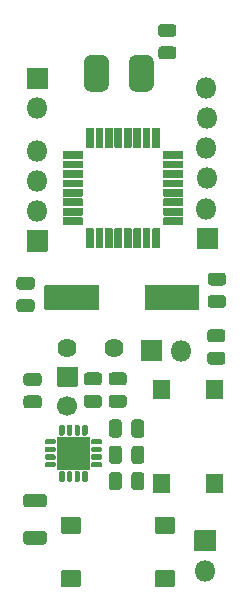
<source format=gbr>
%TF.GenerationSoftware,KiCad,Pcbnew,(5.1.10)-1*%
%TF.CreationDate,2021-06-07T16:12:13-04:00*%
%TF.ProjectId,Thermometre_IR,54686572-6d6f-46d6-9574-72655f49522e,rev?*%
%TF.SameCoordinates,Original*%
%TF.FileFunction,Soldermask,Top*%
%TF.FilePolarity,Negative*%
%FSLAX46Y46*%
G04 Gerber Fmt 4.6, Leading zero omitted, Abs format (unit mm)*
G04 Created by KiCad (PCBNEW (5.1.10)-1) date 2021-06-07 16:12:13*
%MOMM*%
%LPD*%
G01*
G04 APERTURE LIST*
%ADD10C,1.624000*%
%ADD11C,1.700000*%
%ADD12O,1.800000X1.800000*%
G04 APERTURE END LIST*
D10*
%TO.C,J5*%
X169082720Y-91292680D03*
X173082720Y-91292680D03*
%TD*%
D11*
%TO.C,C10*%
X169150000Y-96200000D03*
G36*
G01*
X168350000Y-92850000D02*
X169950000Y-92850000D01*
G75*
G02*
X170000000Y-92900000I0J-50000D01*
G01*
X170000000Y-94500000D01*
G75*
G02*
X169950000Y-94550000I-50000J0D01*
G01*
X168350000Y-94550000D01*
G75*
G02*
X168300000Y-94500000I0J50000D01*
G01*
X168300000Y-92900000D01*
G75*
G02*
X168350000Y-92850000I50000J0D01*
G01*
G37*
%TD*%
%TO.C,C11*%
G36*
G01*
X165673808Y-106775000D02*
X167126192Y-106775000D01*
G75*
G02*
X167400000Y-107048808I0J-273808D01*
G01*
X167400000Y-107651192D01*
G75*
G02*
X167126192Y-107925000I-273808J0D01*
G01*
X165673808Y-107925000D01*
G75*
G02*
X165400000Y-107651192I0J273808D01*
G01*
X165400000Y-107048808D01*
G75*
G02*
X165673808Y-106775000I273808J0D01*
G01*
G37*
G36*
G01*
X165673808Y-103625000D02*
X167126192Y-103625000D01*
G75*
G02*
X167400000Y-103898808I0J-273808D01*
G01*
X167400000Y-104501192D01*
G75*
G02*
X167126192Y-104775000I-273808J0D01*
G01*
X165673808Y-104775000D01*
G75*
G02*
X165400000Y-104501192I0J273808D01*
G01*
X165400000Y-103898808D01*
G75*
G02*
X165673808Y-103625000I273808J0D01*
G01*
G37*
%TD*%
%TO.C,J1*%
G36*
G01*
X174350000Y-69053000D02*
X174350000Y-67003000D01*
G75*
G02*
X174875000Y-66478000I525000J0D01*
G01*
X175925000Y-66478000D01*
G75*
G02*
X176450000Y-67003000I0J-525000D01*
G01*
X176450000Y-69053000D01*
G75*
G02*
X175925000Y-69578000I-525000J0D01*
G01*
X174875000Y-69578000D01*
G75*
G02*
X174350000Y-69053000I0J525000D01*
G01*
G37*
G36*
G01*
X170550000Y-69053000D02*
X170550000Y-67003000D01*
G75*
G02*
X171075000Y-66478000I525000J0D01*
G01*
X172125000Y-66478000D01*
G75*
G02*
X172650000Y-67003000I0J-525000D01*
G01*
X172650000Y-69053000D01*
G75*
G02*
X172125000Y-69578000I-525000J0D01*
G01*
X171075000Y-69578000D01*
G75*
G02*
X170550000Y-69053000I0J525000D01*
G01*
G37*
%TD*%
%TO.C,R16*%
G36*
G01*
X177100000Y-65750000D02*
X178100000Y-65750000D01*
G75*
G02*
X178375000Y-66025000I0J-275000D01*
G01*
X178375000Y-66575000D01*
G75*
G02*
X178100000Y-66850000I-275000J0D01*
G01*
X177100000Y-66850000D01*
G75*
G02*
X176825000Y-66575000I0J275000D01*
G01*
X176825000Y-66025000D01*
G75*
G02*
X177100000Y-65750000I275000J0D01*
G01*
G37*
G36*
G01*
X177100000Y-63850000D02*
X178100000Y-63850000D01*
G75*
G02*
X178375000Y-64125000I0J-275000D01*
G01*
X178375000Y-64675000D01*
G75*
G02*
X178100000Y-64950000I-275000J0D01*
G01*
X177100000Y-64950000D01*
G75*
G02*
X176825000Y-64675000I0J275000D01*
G01*
X176825000Y-64125000D01*
G75*
G02*
X177100000Y-63850000I275000J0D01*
G01*
G37*
%TD*%
D12*
%TO.C,J4*%
X180900000Y-69300000D03*
X181000000Y-71840000D03*
X180900000Y-74380000D03*
X181000000Y-76920000D03*
X180900000Y-79500000D03*
G36*
G01*
X181900000Y-81150000D02*
X181900000Y-82850000D01*
G75*
G02*
X181850000Y-82900000I-50000J0D01*
G01*
X180150000Y-82900000D01*
G75*
G02*
X180100000Y-82850000I0J50000D01*
G01*
X180100000Y-81150000D01*
G75*
G02*
X180150000Y-81100000I50000J0D01*
G01*
X181850000Y-81100000D01*
G75*
G02*
X181900000Y-81150000I0J-50000D01*
G01*
G37*
%TD*%
%TO.C,SW1*%
G36*
G01*
X176450000Y-93975000D02*
X177750000Y-93975000D01*
G75*
G02*
X177800000Y-94025000I0J-50000D01*
G01*
X177800000Y-95575000D01*
G75*
G02*
X177750000Y-95625000I-50000J0D01*
G01*
X176450000Y-95625000D01*
G75*
G02*
X176400000Y-95575000I0J50000D01*
G01*
X176400000Y-94025000D01*
G75*
G02*
X176450000Y-93975000I50000J0D01*
G01*
G37*
G36*
G01*
X180950000Y-93975000D02*
X182250000Y-93975000D01*
G75*
G02*
X182300000Y-94025000I0J-50000D01*
G01*
X182300000Y-95575000D01*
G75*
G02*
X182250000Y-95625000I-50000J0D01*
G01*
X180950000Y-95625000D01*
G75*
G02*
X180900000Y-95575000I0J50000D01*
G01*
X180900000Y-94025000D01*
G75*
G02*
X180950000Y-93975000I50000J0D01*
G01*
G37*
G36*
G01*
X180950000Y-101935000D02*
X182250000Y-101935000D01*
G75*
G02*
X182300000Y-101985000I0J-50000D01*
G01*
X182300000Y-103535000D01*
G75*
G02*
X182250000Y-103585000I-50000J0D01*
G01*
X180950000Y-103585000D01*
G75*
G02*
X180900000Y-103535000I0J50000D01*
G01*
X180900000Y-101985000D01*
G75*
G02*
X180950000Y-101935000I50000J0D01*
G01*
G37*
G36*
G01*
X176450000Y-101935000D02*
X177750000Y-101935000D01*
G75*
G02*
X177800000Y-101985000I0J-50000D01*
G01*
X177800000Y-103535000D01*
G75*
G02*
X177750000Y-103585000I-50000J0D01*
G01*
X176450000Y-103585000D01*
G75*
G02*
X176400000Y-103535000I0J50000D01*
G01*
X176400000Y-101985000D01*
G75*
G02*
X176450000Y-101935000I50000J0D01*
G01*
G37*
%TD*%
%TO.C,J7*%
X166600000Y-71000000D03*
G36*
G01*
X165700000Y-69310000D02*
X165700000Y-67610000D01*
G75*
G02*
X165750000Y-67560000I50000J0D01*
G01*
X167450000Y-67560000D01*
G75*
G02*
X167500000Y-67610000I0J-50000D01*
G01*
X167500000Y-69310000D01*
G75*
G02*
X167450000Y-69360000I-50000J0D01*
G01*
X165750000Y-69360000D01*
G75*
G02*
X165700000Y-69310000I0J50000D01*
G01*
G37*
%TD*%
%TO.C,U2*%
G36*
G01*
X168300000Y-98800000D02*
X171000000Y-98800000D01*
G75*
G02*
X171050000Y-98850000I0J-50000D01*
G01*
X171050000Y-101550000D01*
G75*
G02*
X171000000Y-101600000I-50000J0D01*
G01*
X168300000Y-101600000D01*
G75*
G02*
X168250000Y-101550000I0J50000D01*
G01*
X168250000Y-98850000D01*
G75*
G02*
X168300000Y-98800000I50000J0D01*
G01*
G37*
G36*
G01*
X171262500Y-99000000D02*
X171962500Y-99000000D01*
G75*
G02*
X172075000Y-99112500I0J-112500D01*
G01*
X172075000Y-99337500D01*
G75*
G02*
X171962500Y-99450000I-112500J0D01*
G01*
X171262500Y-99450000D01*
G75*
G02*
X171150000Y-99337500I0J112500D01*
G01*
X171150000Y-99112500D01*
G75*
G02*
X171262500Y-99000000I112500J0D01*
G01*
G37*
G36*
G01*
X171262500Y-99650000D02*
X171962500Y-99650000D01*
G75*
G02*
X172075000Y-99762500I0J-112500D01*
G01*
X172075000Y-99987500D01*
G75*
G02*
X171962500Y-100100000I-112500J0D01*
G01*
X171262500Y-100100000D01*
G75*
G02*
X171150000Y-99987500I0J112500D01*
G01*
X171150000Y-99762500D01*
G75*
G02*
X171262500Y-99650000I112500J0D01*
G01*
G37*
G36*
G01*
X171262500Y-100300000D02*
X171962500Y-100300000D01*
G75*
G02*
X172075000Y-100412500I0J-112500D01*
G01*
X172075000Y-100637500D01*
G75*
G02*
X171962500Y-100750000I-112500J0D01*
G01*
X171262500Y-100750000D01*
G75*
G02*
X171150000Y-100637500I0J112500D01*
G01*
X171150000Y-100412500D01*
G75*
G02*
X171262500Y-100300000I112500J0D01*
G01*
G37*
G36*
G01*
X171262500Y-100950000D02*
X171962500Y-100950000D01*
G75*
G02*
X172075000Y-101062500I0J-112500D01*
G01*
X172075000Y-101287500D01*
G75*
G02*
X171962500Y-101400000I-112500J0D01*
G01*
X171262500Y-101400000D01*
G75*
G02*
X171150000Y-101287500I0J112500D01*
G01*
X171150000Y-101062500D01*
G75*
G02*
X171262500Y-100950000I112500J0D01*
G01*
G37*
G36*
G01*
X170512500Y-101700000D02*
X170737500Y-101700000D01*
G75*
G02*
X170850000Y-101812500I0J-112500D01*
G01*
X170850000Y-102512500D01*
G75*
G02*
X170737500Y-102625000I-112500J0D01*
G01*
X170512500Y-102625000D01*
G75*
G02*
X170400000Y-102512500I0J112500D01*
G01*
X170400000Y-101812500D01*
G75*
G02*
X170512500Y-101700000I112500J0D01*
G01*
G37*
G36*
G01*
X169862500Y-101700000D02*
X170087500Y-101700000D01*
G75*
G02*
X170200000Y-101812500I0J-112500D01*
G01*
X170200000Y-102512500D01*
G75*
G02*
X170087500Y-102625000I-112500J0D01*
G01*
X169862500Y-102625000D01*
G75*
G02*
X169750000Y-102512500I0J112500D01*
G01*
X169750000Y-101812500D01*
G75*
G02*
X169862500Y-101700000I112500J0D01*
G01*
G37*
G36*
G01*
X169212500Y-101700000D02*
X169437500Y-101700000D01*
G75*
G02*
X169550000Y-101812500I0J-112500D01*
G01*
X169550000Y-102512500D01*
G75*
G02*
X169437500Y-102625000I-112500J0D01*
G01*
X169212500Y-102625000D01*
G75*
G02*
X169100000Y-102512500I0J112500D01*
G01*
X169100000Y-101812500D01*
G75*
G02*
X169212500Y-101700000I112500J0D01*
G01*
G37*
G36*
G01*
X168562500Y-101700000D02*
X168787500Y-101700000D01*
G75*
G02*
X168900000Y-101812500I0J-112500D01*
G01*
X168900000Y-102512500D01*
G75*
G02*
X168787500Y-102625000I-112500J0D01*
G01*
X168562500Y-102625000D01*
G75*
G02*
X168450000Y-102512500I0J112500D01*
G01*
X168450000Y-101812500D01*
G75*
G02*
X168562500Y-101700000I112500J0D01*
G01*
G37*
G36*
G01*
X167337500Y-100950000D02*
X168037500Y-100950000D01*
G75*
G02*
X168150000Y-101062500I0J-112500D01*
G01*
X168150000Y-101287500D01*
G75*
G02*
X168037500Y-101400000I-112500J0D01*
G01*
X167337500Y-101400000D01*
G75*
G02*
X167225000Y-101287500I0J112500D01*
G01*
X167225000Y-101062500D01*
G75*
G02*
X167337500Y-100950000I112500J0D01*
G01*
G37*
G36*
G01*
X167337500Y-100300000D02*
X168037500Y-100300000D01*
G75*
G02*
X168150000Y-100412500I0J-112500D01*
G01*
X168150000Y-100637500D01*
G75*
G02*
X168037500Y-100750000I-112500J0D01*
G01*
X167337500Y-100750000D01*
G75*
G02*
X167225000Y-100637500I0J112500D01*
G01*
X167225000Y-100412500D01*
G75*
G02*
X167337500Y-100300000I112500J0D01*
G01*
G37*
G36*
G01*
X167337500Y-99650000D02*
X168037500Y-99650000D01*
G75*
G02*
X168150000Y-99762500I0J-112500D01*
G01*
X168150000Y-99987500D01*
G75*
G02*
X168037500Y-100100000I-112500J0D01*
G01*
X167337500Y-100100000D01*
G75*
G02*
X167225000Y-99987500I0J112500D01*
G01*
X167225000Y-99762500D01*
G75*
G02*
X167337500Y-99650000I112500J0D01*
G01*
G37*
G36*
G01*
X167337500Y-99000000D02*
X168037500Y-99000000D01*
G75*
G02*
X168150000Y-99112500I0J-112500D01*
G01*
X168150000Y-99337500D01*
G75*
G02*
X168037500Y-99450000I-112500J0D01*
G01*
X167337500Y-99450000D01*
G75*
G02*
X167225000Y-99337500I0J112500D01*
G01*
X167225000Y-99112500D01*
G75*
G02*
X167337500Y-99000000I112500J0D01*
G01*
G37*
G36*
G01*
X168562500Y-97775000D02*
X168787500Y-97775000D01*
G75*
G02*
X168900000Y-97887500I0J-112500D01*
G01*
X168900000Y-98587500D01*
G75*
G02*
X168787500Y-98700000I-112500J0D01*
G01*
X168562500Y-98700000D01*
G75*
G02*
X168450000Y-98587500I0J112500D01*
G01*
X168450000Y-97887500D01*
G75*
G02*
X168562500Y-97775000I112500J0D01*
G01*
G37*
G36*
G01*
X169212500Y-97775000D02*
X169437500Y-97775000D01*
G75*
G02*
X169550000Y-97887500I0J-112500D01*
G01*
X169550000Y-98587500D01*
G75*
G02*
X169437500Y-98700000I-112500J0D01*
G01*
X169212500Y-98700000D01*
G75*
G02*
X169100000Y-98587500I0J112500D01*
G01*
X169100000Y-97887500D01*
G75*
G02*
X169212500Y-97775000I112500J0D01*
G01*
G37*
G36*
G01*
X169862500Y-97775000D02*
X170087500Y-97775000D01*
G75*
G02*
X170200000Y-97887500I0J-112500D01*
G01*
X170200000Y-98587500D01*
G75*
G02*
X170087500Y-98700000I-112500J0D01*
G01*
X169862500Y-98700000D01*
G75*
G02*
X169750000Y-98587500I0J112500D01*
G01*
X169750000Y-97887500D01*
G75*
G02*
X169862500Y-97775000I112500J0D01*
G01*
G37*
G36*
G01*
X170512500Y-97775000D02*
X170737500Y-97775000D01*
G75*
G02*
X170850000Y-97887500I0J-112500D01*
G01*
X170850000Y-98587500D01*
G75*
G02*
X170737500Y-98700000I-112500J0D01*
G01*
X170512500Y-98700000D01*
G75*
G02*
X170400000Y-98587500I0J112500D01*
G01*
X170400000Y-97887500D01*
G75*
G02*
X170512500Y-97775000I112500J0D01*
G01*
G37*
%TD*%
%TO.C,U1*%
G36*
G01*
X170450000Y-80275000D02*
X170450000Y-80825000D01*
G75*
G02*
X170400000Y-80875000I-50000J0D01*
G01*
X168800000Y-80875000D01*
G75*
G02*
X168750000Y-80825000I0J50000D01*
G01*
X168750000Y-80275000D01*
G75*
G02*
X168800000Y-80225000I50000J0D01*
G01*
X170400000Y-80225000D01*
G75*
G02*
X170450000Y-80275000I0J-50000D01*
G01*
G37*
G36*
G01*
X170450000Y-79475000D02*
X170450000Y-80025000D01*
G75*
G02*
X170400000Y-80075000I-50000J0D01*
G01*
X168800000Y-80075000D01*
G75*
G02*
X168750000Y-80025000I0J50000D01*
G01*
X168750000Y-79475000D01*
G75*
G02*
X168800000Y-79425000I50000J0D01*
G01*
X170400000Y-79425000D01*
G75*
G02*
X170450000Y-79475000I0J-50000D01*
G01*
G37*
G36*
G01*
X170450000Y-78675000D02*
X170450000Y-79225000D01*
G75*
G02*
X170400000Y-79275000I-50000J0D01*
G01*
X168800000Y-79275000D01*
G75*
G02*
X168750000Y-79225000I0J50000D01*
G01*
X168750000Y-78675000D01*
G75*
G02*
X168800000Y-78625000I50000J0D01*
G01*
X170400000Y-78625000D01*
G75*
G02*
X170450000Y-78675000I0J-50000D01*
G01*
G37*
G36*
G01*
X170450000Y-77875000D02*
X170450000Y-78425000D01*
G75*
G02*
X170400000Y-78475000I-50000J0D01*
G01*
X168800000Y-78475000D01*
G75*
G02*
X168750000Y-78425000I0J50000D01*
G01*
X168750000Y-77875000D01*
G75*
G02*
X168800000Y-77825000I50000J0D01*
G01*
X170400000Y-77825000D01*
G75*
G02*
X170450000Y-77875000I0J-50000D01*
G01*
G37*
G36*
G01*
X170450000Y-77075000D02*
X170450000Y-77625000D01*
G75*
G02*
X170400000Y-77675000I-50000J0D01*
G01*
X168800000Y-77675000D01*
G75*
G02*
X168750000Y-77625000I0J50000D01*
G01*
X168750000Y-77075000D01*
G75*
G02*
X168800000Y-77025000I50000J0D01*
G01*
X170400000Y-77025000D01*
G75*
G02*
X170450000Y-77075000I0J-50000D01*
G01*
G37*
G36*
G01*
X170450000Y-76275000D02*
X170450000Y-76825000D01*
G75*
G02*
X170400000Y-76875000I-50000J0D01*
G01*
X168800000Y-76875000D01*
G75*
G02*
X168750000Y-76825000I0J50000D01*
G01*
X168750000Y-76275000D01*
G75*
G02*
X168800000Y-76225000I50000J0D01*
G01*
X170400000Y-76225000D01*
G75*
G02*
X170450000Y-76275000I0J-50000D01*
G01*
G37*
G36*
G01*
X170450000Y-75475000D02*
X170450000Y-76025000D01*
G75*
G02*
X170400000Y-76075000I-50000J0D01*
G01*
X168800000Y-76075000D01*
G75*
G02*
X168750000Y-76025000I0J50000D01*
G01*
X168750000Y-75475000D01*
G75*
G02*
X168800000Y-75425000I50000J0D01*
G01*
X170400000Y-75425000D01*
G75*
G02*
X170450000Y-75475000I0J-50000D01*
G01*
G37*
G36*
G01*
X170450000Y-74675000D02*
X170450000Y-75225000D01*
G75*
G02*
X170400000Y-75275000I-50000J0D01*
G01*
X168800000Y-75275000D01*
G75*
G02*
X168750000Y-75225000I0J50000D01*
G01*
X168750000Y-74675000D01*
G75*
G02*
X168800000Y-74625000I50000J0D01*
G01*
X170400000Y-74625000D01*
G75*
G02*
X170450000Y-74675000I0J-50000D01*
G01*
G37*
G36*
G01*
X171325000Y-74350000D02*
X170775000Y-74350000D01*
G75*
G02*
X170725000Y-74300000I0J50000D01*
G01*
X170725000Y-72700000D01*
G75*
G02*
X170775000Y-72650000I50000J0D01*
G01*
X171325000Y-72650000D01*
G75*
G02*
X171375000Y-72700000I0J-50000D01*
G01*
X171375000Y-74300000D01*
G75*
G02*
X171325000Y-74350000I-50000J0D01*
G01*
G37*
G36*
G01*
X172125000Y-74350000D02*
X171575000Y-74350000D01*
G75*
G02*
X171525000Y-74300000I0J50000D01*
G01*
X171525000Y-72700000D01*
G75*
G02*
X171575000Y-72650000I50000J0D01*
G01*
X172125000Y-72650000D01*
G75*
G02*
X172175000Y-72700000I0J-50000D01*
G01*
X172175000Y-74300000D01*
G75*
G02*
X172125000Y-74350000I-50000J0D01*
G01*
G37*
G36*
G01*
X172925000Y-74350000D02*
X172375000Y-74350000D01*
G75*
G02*
X172325000Y-74300000I0J50000D01*
G01*
X172325000Y-72700000D01*
G75*
G02*
X172375000Y-72650000I50000J0D01*
G01*
X172925000Y-72650000D01*
G75*
G02*
X172975000Y-72700000I0J-50000D01*
G01*
X172975000Y-74300000D01*
G75*
G02*
X172925000Y-74350000I-50000J0D01*
G01*
G37*
G36*
G01*
X173725000Y-74350000D02*
X173175000Y-74350000D01*
G75*
G02*
X173125000Y-74300000I0J50000D01*
G01*
X173125000Y-72700000D01*
G75*
G02*
X173175000Y-72650000I50000J0D01*
G01*
X173725000Y-72650000D01*
G75*
G02*
X173775000Y-72700000I0J-50000D01*
G01*
X173775000Y-74300000D01*
G75*
G02*
X173725000Y-74350000I-50000J0D01*
G01*
G37*
G36*
G01*
X174525000Y-74350000D02*
X173975000Y-74350000D01*
G75*
G02*
X173925000Y-74300000I0J50000D01*
G01*
X173925000Y-72700000D01*
G75*
G02*
X173975000Y-72650000I50000J0D01*
G01*
X174525000Y-72650000D01*
G75*
G02*
X174575000Y-72700000I0J-50000D01*
G01*
X174575000Y-74300000D01*
G75*
G02*
X174525000Y-74350000I-50000J0D01*
G01*
G37*
G36*
G01*
X175325000Y-74350000D02*
X174775000Y-74350000D01*
G75*
G02*
X174725000Y-74300000I0J50000D01*
G01*
X174725000Y-72700000D01*
G75*
G02*
X174775000Y-72650000I50000J0D01*
G01*
X175325000Y-72650000D01*
G75*
G02*
X175375000Y-72700000I0J-50000D01*
G01*
X175375000Y-74300000D01*
G75*
G02*
X175325000Y-74350000I-50000J0D01*
G01*
G37*
G36*
G01*
X176125000Y-74350000D02*
X175575000Y-74350000D01*
G75*
G02*
X175525000Y-74300000I0J50000D01*
G01*
X175525000Y-72700000D01*
G75*
G02*
X175575000Y-72650000I50000J0D01*
G01*
X176125000Y-72650000D01*
G75*
G02*
X176175000Y-72700000I0J-50000D01*
G01*
X176175000Y-74300000D01*
G75*
G02*
X176125000Y-74350000I-50000J0D01*
G01*
G37*
G36*
G01*
X176925000Y-74350000D02*
X176375000Y-74350000D01*
G75*
G02*
X176325000Y-74300000I0J50000D01*
G01*
X176325000Y-72700000D01*
G75*
G02*
X176375000Y-72650000I50000J0D01*
G01*
X176925000Y-72650000D01*
G75*
G02*
X176975000Y-72700000I0J-50000D01*
G01*
X176975000Y-74300000D01*
G75*
G02*
X176925000Y-74350000I-50000J0D01*
G01*
G37*
G36*
G01*
X178950000Y-74675000D02*
X178950000Y-75225000D01*
G75*
G02*
X178900000Y-75275000I-50000J0D01*
G01*
X177300000Y-75275000D01*
G75*
G02*
X177250000Y-75225000I0J50000D01*
G01*
X177250000Y-74675000D01*
G75*
G02*
X177300000Y-74625000I50000J0D01*
G01*
X178900000Y-74625000D01*
G75*
G02*
X178950000Y-74675000I0J-50000D01*
G01*
G37*
G36*
G01*
X178950000Y-75475000D02*
X178950000Y-76025000D01*
G75*
G02*
X178900000Y-76075000I-50000J0D01*
G01*
X177300000Y-76075000D01*
G75*
G02*
X177250000Y-76025000I0J50000D01*
G01*
X177250000Y-75475000D01*
G75*
G02*
X177300000Y-75425000I50000J0D01*
G01*
X178900000Y-75425000D01*
G75*
G02*
X178950000Y-75475000I0J-50000D01*
G01*
G37*
G36*
G01*
X178950000Y-76275000D02*
X178950000Y-76825000D01*
G75*
G02*
X178900000Y-76875000I-50000J0D01*
G01*
X177300000Y-76875000D01*
G75*
G02*
X177250000Y-76825000I0J50000D01*
G01*
X177250000Y-76275000D01*
G75*
G02*
X177300000Y-76225000I50000J0D01*
G01*
X178900000Y-76225000D01*
G75*
G02*
X178950000Y-76275000I0J-50000D01*
G01*
G37*
G36*
G01*
X178950000Y-77075000D02*
X178950000Y-77625000D01*
G75*
G02*
X178900000Y-77675000I-50000J0D01*
G01*
X177300000Y-77675000D01*
G75*
G02*
X177250000Y-77625000I0J50000D01*
G01*
X177250000Y-77075000D01*
G75*
G02*
X177300000Y-77025000I50000J0D01*
G01*
X178900000Y-77025000D01*
G75*
G02*
X178950000Y-77075000I0J-50000D01*
G01*
G37*
G36*
G01*
X178950000Y-77875000D02*
X178950000Y-78425000D01*
G75*
G02*
X178900000Y-78475000I-50000J0D01*
G01*
X177300000Y-78475000D01*
G75*
G02*
X177250000Y-78425000I0J50000D01*
G01*
X177250000Y-77875000D01*
G75*
G02*
X177300000Y-77825000I50000J0D01*
G01*
X178900000Y-77825000D01*
G75*
G02*
X178950000Y-77875000I0J-50000D01*
G01*
G37*
G36*
G01*
X178950000Y-78675000D02*
X178950000Y-79225000D01*
G75*
G02*
X178900000Y-79275000I-50000J0D01*
G01*
X177300000Y-79275000D01*
G75*
G02*
X177250000Y-79225000I0J50000D01*
G01*
X177250000Y-78675000D01*
G75*
G02*
X177300000Y-78625000I50000J0D01*
G01*
X178900000Y-78625000D01*
G75*
G02*
X178950000Y-78675000I0J-50000D01*
G01*
G37*
G36*
G01*
X178950000Y-79475000D02*
X178950000Y-80025000D01*
G75*
G02*
X178900000Y-80075000I-50000J0D01*
G01*
X177300000Y-80075000D01*
G75*
G02*
X177250000Y-80025000I0J50000D01*
G01*
X177250000Y-79475000D01*
G75*
G02*
X177300000Y-79425000I50000J0D01*
G01*
X178900000Y-79425000D01*
G75*
G02*
X178950000Y-79475000I0J-50000D01*
G01*
G37*
G36*
G01*
X178950000Y-80275000D02*
X178950000Y-80825000D01*
G75*
G02*
X178900000Y-80875000I-50000J0D01*
G01*
X177300000Y-80875000D01*
G75*
G02*
X177250000Y-80825000I0J50000D01*
G01*
X177250000Y-80275000D01*
G75*
G02*
X177300000Y-80225000I50000J0D01*
G01*
X178900000Y-80225000D01*
G75*
G02*
X178950000Y-80275000I0J-50000D01*
G01*
G37*
G36*
G01*
X176925000Y-82850000D02*
X176375000Y-82850000D01*
G75*
G02*
X176325000Y-82800000I0J50000D01*
G01*
X176325000Y-81200000D01*
G75*
G02*
X176375000Y-81150000I50000J0D01*
G01*
X176925000Y-81150000D01*
G75*
G02*
X176975000Y-81200000I0J-50000D01*
G01*
X176975000Y-82800000D01*
G75*
G02*
X176925000Y-82850000I-50000J0D01*
G01*
G37*
G36*
G01*
X176125000Y-82850000D02*
X175575000Y-82850000D01*
G75*
G02*
X175525000Y-82800000I0J50000D01*
G01*
X175525000Y-81200000D01*
G75*
G02*
X175575000Y-81150000I50000J0D01*
G01*
X176125000Y-81150000D01*
G75*
G02*
X176175000Y-81200000I0J-50000D01*
G01*
X176175000Y-82800000D01*
G75*
G02*
X176125000Y-82850000I-50000J0D01*
G01*
G37*
G36*
G01*
X175325000Y-82850000D02*
X174775000Y-82850000D01*
G75*
G02*
X174725000Y-82800000I0J50000D01*
G01*
X174725000Y-81200000D01*
G75*
G02*
X174775000Y-81150000I50000J0D01*
G01*
X175325000Y-81150000D01*
G75*
G02*
X175375000Y-81200000I0J-50000D01*
G01*
X175375000Y-82800000D01*
G75*
G02*
X175325000Y-82850000I-50000J0D01*
G01*
G37*
G36*
G01*
X174525000Y-82850000D02*
X173975000Y-82850000D01*
G75*
G02*
X173925000Y-82800000I0J50000D01*
G01*
X173925000Y-81200000D01*
G75*
G02*
X173975000Y-81150000I50000J0D01*
G01*
X174525000Y-81150000D01*
G75*
G02*
X174575000Y-81200000I0J-50000D01*
G01*
X174575000Y-82800000D01*
G75*
G02*
X174525000Y-82850000I-50000J0D01*
G01*
G37*
G36*
G01*
X173725000Y-82850000D02*
X173175000Y-82850000D01*
G75*
G02*
X173125000Y-82800000I0J50000D01*
G01*
X173125000Y-81200000D01*
G75*
G02*
X173175000Y-81150000I50000J0D01*
G01*
X173725000Y-81150000D01*
G75*
G02*
X173775000Y-81200000I0J-50000D01*
G01*
X173775000Y-82800000D01*
G75*
G02*
X173725000Y-82850000I-50000J0D01*
G01*
G37*
G36*
G01*
X172925000Y-82850000D02*
X172375000Y-82850000D01*
G75*
G02*
X172325000Y-82800000I0J50000D01*
G01*
X172325000Y-81200000D01*
G75*
G02*
X172375000Y-81150000I50000J0D01*
G01*
X172925000Y-81150000D01*
G75*
G02*
X172975000Y-81200000I0J-50000D01*
G01*
X172975000Y-82800000D01*
G75*
G02*
X172925000Y-82850000I-50000J0D01*
G01*
G37*
G36*
G01*
X172125000Y-82850000D02*
X171575000Y-82850000D01*
G75*
G02*
X171525000Y-82800000I0J50000D01*
G01*
X171525000Y-81200000D01*
G75*
G02*
X171575000Y-81150000I50000J0D01*
G01*
X172125000Y-81150000D01*
G75*
G02*
X172175000Y-81200000I0J-50000D01*
G01*
X172175000Y-82800000D01*
G75*
G02*
X172125000Y-82850000I-50000J0D01*
G01*
G37*
G36*
G01*
X171325000Y-82850000D02*
X170775000Y-82850000D01*
G75*
G02*
X170725000Y-82800000I0J50000D01*
G01*
X170725000Y-81200000D01*
G75*
G02*
X170775000Y-81150000I50000J0D01*
G01*
X171325000Y-81150000D01*
G75*
G02*
X171375000Y-81200000I0J-50000D01*
G01*
X171375000Y-82800000D01*
G75*
G02*
X171325000Y-82850000I-50000J0D01*
G01*
G37*
%TD*%
%TO.C,SW2*%
G36*
G01*
X168615000Y-111450000D02*
X168615000Y-110150000D01*
G75*
G02*
X168665000Y-110100000I50000J0D01*
G01*
X170215000Y-110100000D01*
G75*
G02*
X170265000Y-110150000I0J-50000D01*
G01*
X170265000Y-111450000D01*
G75*
G02*
X170215000Y-111500000I-50000J0D01*
G01*
X168665000Y-111500000D01*
G75*
G02*
X168615000Y-111450000I0J50000D01*
G01*
G37*
G36*
G01*
X168615000Y-106950000D02*
X168615000Y-105650000D01*
G75*
G02*
X168665000Y-105600000I50000J0D01*
G01*
X170215000Y-105600000D01*
G75*
G02*
X170265000Y-105650000I0J-50000D01*
G01*
X170265000Y-106950000D01*
G75*
G02*
X170215000Y-107000000I-50000J0D01*
G01*
X168665000Y-107000000D01*
G75*
G02*
X168615000Y-106950000I0J50000D01*
G01*
G37*
G36*
G01*
X176575000Y-106950000D02*
X176575000Y-105650000D01*
G75*
G02*
X176625000Y-105600000I50000J0D01*
G01*
X178175000Y-105600000D01*
G75*
G02*
X178225000Y-105650000I0J-50000D01*
G01*
X178225000Y-106950000D01*
G75*
G02*
X178175000Y-107000000I-50000J0D01*
G01*
X176625000Y-107000000D01*
G75*
G02*
X176575000Y-106950000I0J50000D01*
G01*
G37*
G36*
G01*
X176575000Y-111450000D02*
X176575000Y-110150000D01*
G75*
G02*
X176625000Y-110100000I50000J0D01*
G01*
X178175000Y-110100000D01*
G75*
G02*
X178225000Y-110150000I0J-50000D01*
G01*
X178225000Y-111450000D01*
G75*
G02*
X178175000Y-111500000I-50000J0D01*
G01*
X176625000Y-111500000D01*
G75*
G02*
X176575000Y-111450000I0J50000D01*
G01*
G37*
%TD*%
%TO.C,R14*%
G36*
G01*
X173756000Y-97607500D02*
X173756000Y-98607500D01*
G75*
G02*
X173481000Y-98882500I-275000J0D01*
G01*
X172931000Y-98882500D01*
G75*
G02*
X172656000Y-98607500I0J275000D01*
G01*
X172656000Y-97607500D01*
G75*
G02*
X172931000Y-97332500I275000J0D01*
G01*
X173481000Y-97332500D01*
G75*
G02*
X173756000Y-97607500I0J-275000D01*
G01*
G37*
G36*
G01*
X175656000Y-97607500D02*
X175656000Y-98607500D01*
G75*
G02*
X175381000Y-98882500I-275000J0D01*
G01*
X174831000Y-98882500D01*
G75*
G02*
X174556000Y-98607500I0J275000D01*
G01*
X174556000Y-97607500D01*
G75*
G02*
X174831000Y-97332500I275000J0D01*
G01*
X175381000Y-97332500D01*
G75*
G02*
X175656000Y-97607500I0J-275000D01*
G01*
G37*
%TD*%
%TO.C,R13*%
G36*
G01*
X174556000Y-100830000D02*
X174556000Y-99830000D01*
G75*
G02*
X174831000Y-99555000I275000J0D01*
G01*
X175381000Y-99555000D01*
G75*
G02*
X175656000Y-99830000I0J-275000D01*
G01*
X175656000Y-100830000D01*
G75*
G02*
X175381000Y-101105000I-275000J0D01*
G01*
X174831000Y-101105000D01*
G75*
G02*
X174556000Y-100830000I0J275000D01*
G01*
G37*
G36*
G01*
X172656000Y-100830000D02*
X172656000Y-99830000D01*
G75*
G02*
X172931000Y-99555000I275000J0D01*
G01*
X173481000Y-99555000D01*
G75*
G02*
X173756000Y-99830000I0J-275000D01*
G01*
X173756000Y-100830000D01*
G75*
G02*
X173481000Y-101105000I-275000J0D01*
G01*
X172931000Y-101105000D01*
G75*
G02*
X172656000Y-100830000I0J275000D01*
G01*
G37*
%TD*%
%TO.C,R7*%
G36*
G01*
X173900000Y-94450000D02*
X172900000Y-94450000D01*
G75*
G02*
X172625000Y-94175000I0J275000D01*
G01*
X172625000Y-93625000D01*
G75*
G02*
X172900000Y-93350000I275000J0D01*
G01*
X173900000Y-93350000D01*
G75*
G02*
X174175000Y-93625000I0J-275000D01*
G01*
X174175000Y-94175000D01*
G75*
G02*
X173900000Y-94450000I-275000J0D01*
G01*
G37*
G36*
G01*
X173900000Y-96350000D02*
X172900000Y-96350000D01*
G75*
G02*
X172625000Y-96075000I0J275000D01*
G01*
X172625000Y-95525000D01*
G75*
G02*
X172900000Y-95250000I275000J0D01*
G01*
X173900000Y-95250000D01*
G75*
G02*
X174175000Y-95525000I0J-275000D01*
G01*
X174175000Y-96075000D01*
G75*
G02*
X173900000Y-96350000I-275000J0D01*
G01*
G37*
%TD*%
%TO.C,R6*%
G36*
G01*
X171800000Y-94450000D02*
X170800000Y-94450000D01*
G75*
G02*
X170525000Y-94175000I0J275000D01*
G01*
X170525000Y-93625000D01*
G75*
G02*
X170800000Y-93350000I275000J0D01*
G01*
X171800000Y-93350000D01*
G75*
G02*
X172075000Y-93625000I0J-275000D01*
G01*
X172075000Y-94175000D01*
G75*
G02*
X171800000Y-94450000I-275000J0D01*
G01*
G37*
G36*
G01*
X171800000Y-96350000D02*
X170800000Y-96350000D01*
G75*
G02*
X170525000Y-96075000I0J275000D01*
G01*
X170525000Y-95525000D01*
G75*
G02*
X170800000Y-95250000I275000J0D01*
G01*
X171800000Y-95250000D01*
G75*
G02*
X172075000Y-95525000I0J-275000D01*
G01*
X172075000Y-96075000D01*
G75*
G02*
X171800000Y-96350000I-275000J0D01*
G01*
G37*
%TD*%
%TO.C,R4*%
G36*
G01*
X173750000Y-102050000D02*
X173750000Y-103050000D01*
G75*
G02*
X173475000Y-103325000I-275000J0D01*
G01*
X172925000Y-103325000D01*
G75*
G02*
X172650000Y-103050000I0J275000D01*
G01*
X172650000Y-102050000D01*
G75*
G02*
X172925000Y-101775000I275000J0D01*
G01*
X173475000Y-101775000D01*
G75*
G02*
X173750000Y-102050000I0J-275000D01*
G01*
G37*
G36*
G01*
X175650000Y-102050000D02*
X175650000Y-103050000D01*
G75*
G02*
X175375000Y-103325000I-275000J0D01*
G01*
X174825000Y-103325000D01*
G75*
G02*
X174550000Y-103050000I0J275000D01*
G01*
X174550000Y-102050000D01*
G75*
G02*
X174825000Y-101775000I275000J0D01*
G01*
X175375000Y-101775000D01*
G75*
G02*
X175650000Y-102050000I0J-275000D01*
G01*
G37*
%TD*%
%TO.C,R1*%
G36*
G01*
X181250000Y-91600000D02*
X182250000Y-91600000D01*
G75*
G02*
X182525000Y-91875000I0J-275000D01*
G01*
X182525000Y-92425000D01*
G75*
G02*
X182250000Y-92700000I-275000J0D01*
G01*
X181250000Y-92700000D01*
G75*
G02*
X180975000Y-92425000I0J275000D01*
G01*
X180975000Y-91875000D01*
G75*
G02*
X181250000Y-91600000I275000J0D01*
G01*
G37*
G36*
G01*
X181250000Y-89700000D02*
X182250000Y-89700000D01*
G75*
G02*
X182525000Y-89975000I0J-275000D01*
G01*
X182525000Y-90525000D01*
G75*
G02*
X182250000Y-90800000I-275000J0D01*
G01*
X181250000Y-90800000D01*
G75*
G02*
X180975000Y-90525000I0J275000D01*
G01*
X180975000Y-89975000D01*
G75*
G02*
X181250000Y-89700000I275000J0D01*
G01*
G37*
%TD*%
%TO.C,J6*%
X180800000Y-110140000D03*
G36*
G01*
X179900000Y-108450000D02*
X179900000Y-106750000D01*
G75*
G02*
X179950000Y-106700000I50000J0D01*
G01*
X181650000Y-106700000D01*
G75*
G02*
X181700000Y-106750000I0J-50000D01*
G01*
X181700000Y-108450000D01*
G75*
G02*
X181650000Y-108500000I-50000J0D01*
G01*
X179950000Y-108500000D01*
G75*
G02*
X179900000Y-108450000I0J50000D01*
G01*
G37*
%TD*%
%TO.C,J3*%
X178790000Y-91500000D03*
G36*
G01*
X177100000Y-92400000D02*
X175400000Y-92400000D01*
G75*
G02*
X175350000Y-92350000I0J50000D01*
G01*
X175350000Y-90650000D01*
G75*
G02*
X175400000Y-90600000I50000J0D01*
G01*
X177100000Y-90600000D01*
G75*
G02*
X177150000Y-90650000I0J-50000D01*
G01*
X177150000Y-92350000D01*
G75*
G02*
X177100000Y-92400000I-50000J0D01*
G01*
G37*
%TD*%
%TO.C,J2*%
X166600000Y-74600000D03*
X166600000Y-77140000D03*
X166600000Y-79680000D03*
G36*
G01*
X167500000Y-81370000D02*
X167500000Y-83070000D01*
G75*
G02*
X167450000Y-83120000I-50000J0D01*
G01*
X165750000Y-83120000D01*
G75*
G02*
X165700000Y-83070000I0J50000D01*
G01*
X165700000Y-81370000D01*
G75*
G02*
X165750000Y-81320000I50000J0D01*
G01*
X167450000Y-81320000D01*
G75*
G02*
X167500000Y-81370000I0J-50000D01*
G01*
G37*
%TD*%
%TO.C,C9*%
G36*
G01*
X166700000Y-94500000D02*
X165700000Y-94500000D01*
G75*
G02*
X165425000Y-94225000I0J275000D01*
G01*
X165425000Y-93675000D01*
G75*
G02*
X165700000Y-93400000I275000J0D01*
G01*
X166700000Y-93400000D01*
G75*
G02*
X166975000Y-93675000I0J-275000D01*
G01*
X166975000Y-94225000D01*
G75*
G02*
X166700000Y-94500000I-275000J0D01*
G01*
G37*
G36*
G01*
X166700000Y-96400000D02*
X165700000Y-96400000D01*
G75*
G02*
X165425000Y-96125000I0J275000D01*
G01*
X165425000Y-95575000D01*
G75*
G02*
X165700000Y-95300000I275000J0D01*
G01*
X166700000Y-95300000D01*
G75*
G02*
X166975000Y-95575000I0J-275000D01*
G01*
X166975000Y-96125000D01*
G75*
G02*
X166700000Y-96400000I-275000J0D01*
G01*
G37*
%TD*%
%TO.C,C2*%
G36*
G01*
X181300000Y-86800000D02*
X182300000Y-86800000D01*
G75*
G02*
X182575000Y-87075000I0J-275000D01*
G01*
X182575000Y-87625000D01*
G75*
G02*
X182300000Y-87900000I-275000J0D01*
G01*
X181300000Y-87900000D01*
G75*
G02*
X181025000Y-87625000I0J275000D01*
G01*
X181025000Y-87075000D01*
G75*
G02*
X181300000Y-86800000I275000J0D01*
G01*
G37*
G36*
G01*
X181300000Y-84900000D02*
X182300000Y-84900000D01*
G75*
G02*
X182575000Y-85175000I0J-275000D01*
G01*
X182575000Y-85725000D01*
G75*
G02*
X182300000Y-86000000I-275000J0D01*
G01*
X181300000Y-86000000D01*
G75*
G02*
X181025000Y-85725000I0J275000D01*
G01*
X181025000Y-85175000D01*
G75*
G02*
X181300000Y-84900000I275000J0D01*
G01*
G37*
%TD*%
%TO.C,C1*%
G36*
G01*
X165100000Y-87150000D02*
X166100000Y-87150000D01*
G75*
G02*
X166375000Y-87425000I0J-275000D01*
G01*
X166375000Y-87975000D01*
G75*
G02*
X166100000Y-88250000I-275000J0D01*
G01*
X165100000Y-88250000D01*
G75*
G02*
X164825000Y-87975000I0J275000D01*
G01*
X164825000Y-87425000D01*
G75*
G02*
X165100000Y-87150000I275000J0D01*
G01*
G37*
G36*
G01*
X165100000Y-85250000D02*
X166100000Y-85250000D01*
G75*
G02*
X166375000Y-85525000I0J-275000D01*
G01*
X166375000Y-86075000D01*
G75*
G02*
X166100000Y-86350000I-275000J0D01*
G01*
X165100000Y-86350000D01*
G75*
G02*
X164825000Y-86075000I0J275000D01*
G01*
X164825000Y-85525000D01*
G75*
G02*
X165100000Y-85250000I275000J0D01*
G01*
G37*
%TD*%
%TO.C,8MHz1*%
G36*
G01*
X167200000Y-88000000D02*
X167200000Y-86000000D01*
G75*
G02*
X167250000Y-85950000I50000J0D01*
G01*
X171750000Y-85950000D01*
G75*
G02*
X171800000Y-86000000I0J-50000D01*
G01*
X171800000Y-88000000D01*
G75*
G02*
X171750000Y-88050000I-50000J0D01*
G01*
X167250000Y-88050000D01*
G75*
G02*
X167200000Y-88000000I0J50000D01*
G01*
G37*
G36*
G01*
X175700000Y-88000000D02*
X175700000Y-86000000D01*
G75*
G02*
X175750000Y-85950000I50000J0D01*
G01*
X180250000Y-85950000D01*
G75*
G02*
X180300000Y-86000000I0J-50000D01*
G01*
X180300000Y-88000000D01*
G75*
G02*
X180250000Y-88050000I-50000J0D01*
G01*
X175750000Y-88050000D01*
G75*
G02*
X175700000Y-88000000I0J50000D01*
G01*
G37*
%TD*%
M02*

</source>
